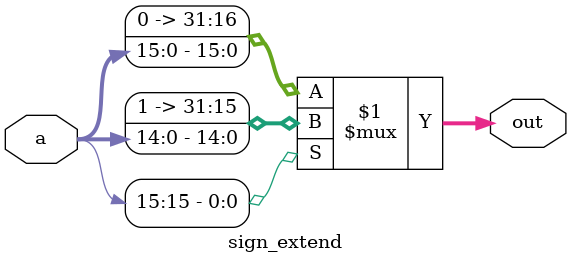
<source format=v>
`timescale 1ns / 1ps
module sign_extend(
    input [15:0] a,
    output [31:0] out
	);
	
	assign out = a[15] ? {17'h1ffff,a[14:0]} : {16'h0000,a[15:0]}; 


endmodule

</source>
